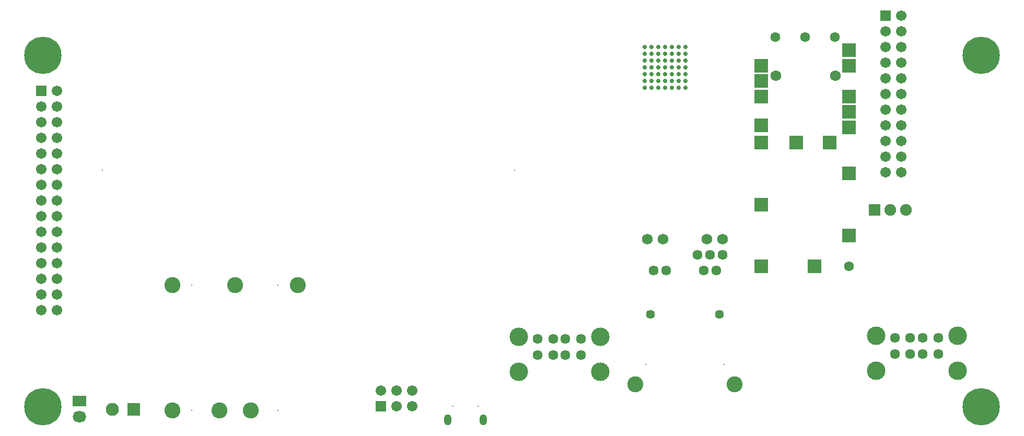
<source format=gbs>
G04 Layer_Color=16711935*
%FSAX25Y25*%
%MOIN*%
G70*
G01*
G75*
%ADD162C,0.06706*%
%ADD187R,0.00800X0.00800*%
%ADD188C,0.23819*%
%ADD189R,0.06706X0.06706*%
%ADD190R,0.06706X0.06706*%
%ADD191C,0.06312*%
%ADD192R,0.08674X0.08674*%
%ADD193C,0.06902*%
%ADD194C,0.00800*%
%ADD195C,0.05721*%
%ADD196C,0.10249*%
%ADD197C,0.06343*%
%ADD198C,0.06824*%
%ADD199R,0.08674X0.07099*%
%ADD200O,0.08674X0.07099*%
%ADD201R,0.08280X0.08280*%
%ADD202C,0.08280*%
%ADD203C,0.11824*%
%ADD204C,0.07493*%
%ADD205R,0.07493X0.07493*%
%ADD206O,0.04737X0.07099*%
%ADD207C,0.02769*%
D162*
X1147886Y0271118D02*
D03*
X1137886D02*
D03*
X1147886Y0281118D02*
D03*
X1137886D02*
D03*
X1147886Y0291118D02*
D03*
X1137886D02*
D03*
X1147886Y0301118D02*
D03*
X1137886D02*
D03*
X1147886Y0311118D02*
D03*
X1137886D02*
D03*
X1147886Y0321118D02*
D03*
X1137886D02*
D03*
X1147886Y0331118D02*
D03*
X1137886D02*
D03*
X1147886Y0341118D02*
D03*
X1137886D02*
D03*
X1147886Y0351118D02*
D03*
X1137886D02*
D03*
X1147886Y0361118D02*
D03*
X1137886D02*
D03*
X1147886Y0371118D02*
D03*
X0815748Y0131795D02*
D03*
X0825748Y0121795D02*
D03*
Y0131795D02*
D03*
X0835748Y0121795D02*
D03*
Y0131795D02*
D03*
X0609264Y0322988D02*
D03*
X0599264Y0312988D02*
D03*
X0609264D02*
D03*
X0599264Y0302988D02*
D03*
X0609264D02*
D03*
X0599264Y0292988D02*
D03*
X0609264D02*
D03*
X0599264Y0282988D02*
D03*
X0609264D02*
D03*
X0599264Y0272988D02*
D03*
X0609264D02*
D03*
X0599264Y0262988D02*
D03*
X0609264D02*
D03*
X0599264Y0252988D02*
D03*
X0609264D02*
D03*
X0599264Y0242988D02*
D03*
X0609264D02*
D03*
X0599264Y0232988D02*
D03*
X0609264D02*
D03*
X0599264Y0222988D02*
D03*
X0609264D02*
D03*
X0599264Y0212988D02*
D03*
X0609264D02*
D03*
X0599264Y0202988D02*
D03*
X0609264D02*
D03*
X0599264Y0192988D02*
D03*
X0609264D02*
D03*
X0599264Y0182988D02*
D03*
X0609264D02*
D03*
D187*
X0877709Y0121689D02*
D03*
X0861764D02*
D03*
D188*
X0600248Y0345705D02*
D03*
Y0121295D02*
D03*
X1198673Y0345705D02*
D03*
Y0121295D02*
D03*
D189*
X1137886Y0371118D02*
D03*
X0599264Y0322988D02*
D03*
D190*
X0815748Y0121795D02*
D03*
D191*
X1067604Y0357374D02*
D03*
X1114311Y0211165D02*
D03*
X1105404Y0357374D02*
D03*
X1086502D02*
D03*
D192*
X1114604Y0299832D02*
D03*
X1058504Y0329374D02*
D03*
Y0289974D02*
D03*
Y0250574D02*
D03*
Y0319574D02*
D03*
Y0301074D02*
D03*
Y0211174D02*
D03*
X1080904Y0289974D02*
D03*
X1102104D02*
D03*
X1114604Y0270274D02*
D03*
Y0230874D02*
D03*
X1092304Y0211174D02*
D03*
X1114604Y0309674D02*
D03*
Y0319574D02*
D03*
Y0339174D02*
D03*
Y0349074D02*
D03*
X1058504Y0339174D02*
D03*
D193*
X1067756Y0332622D02*
D03*
X1105649Y0332819D02*
D03*
D194*
X0638006Y0272404D02*
D03*
X0900998D02*
D03*
X1034748Y0148295D02*
D03*
X0984748D02*
D03*
X0750228Y0119045D02*
D03*
Y0199045D02*
D03*
X0695228Y0119045D02*
D03*
Y0199045D02*
D03*
D195*
X0987740Y0180264D02*
D03*
X1031756D02*
D03*
D196*
X1041500Y0135775D02*
D03*
X0977996D02*
D03*
X0732748Y0119045D02*
D03*
X0712748D02*
D03*
X0722748Y0199045D02*
D03*
X0682748D02*
D03*
Y0119045D02*
D03*
X0762748Y0199045D02*
D03*
D197*
X1029728Y0208295D02*
D03*
X1021736D02*
D03*
X0997760D02*
D03*
X0989768D02*
D03*
X1033724Y0218295D02*
D03*
X1025732D02*
D03*
X1017740D02*
D03*
X0915781Y0164630D02*
D03*
X0943340D02*
D03*
X0925624D02*
D03*
X0933498D02*
D03*
X0943340Y0154295D02*
D03*
X0915781D02*
D03*
X0925624D02*
D03*
X0933498D02*
D03*
X1143752Y0165488D02*
D03*
X1171311D02*
D03*
X1153594D02*
D03*
X1161469D02*
D03*
Y0155154D02*
D03*
X1153594D02*
D03*
X1171311D02*
D03*
X1143752D02*
D03*
D198*
X1033744Y0228295D02*
D03*
X1023744D02*
D03*
X0995752D02*
D03*
X0985752D02*
D03*
D199*
X0623378Y0124996D02*
D03*
D200*
Y0114996D02*
D03*
D201*
X0658278Y0119795D02*
D03*
D202*
X0644498D02*
D03*
D203*
X0955742Y0143626D02*
D03*
Y0165988D02*
D03*
X0903774Y0143626D02*
D03*
Y0165988D02*
D03*
X1183713Y0144484D02*
D03*
Y0166846D02*
D03*
X1131744Y0144484D02*
D03*
Y0166846D02*
D03*
D204*
X1150937Y0246984D02*
D03*
X1140937D02*
D03*
D205*
X1130937D02*
D03*
D206*
X0858429Y0113224D02*
D03*
X0881067D02*
D03*
D207*
X0984087Y0351043D02*
D03*
X0997079D02*
D03*
X1001409D02*
D03*
X1005740D02*
D03*
X1010071D02*
D03*
X0984087Y0346713D02*
D03*
X0988417D02*
D03*
X0992748D02*
D03*
X0997079D02*
D03*
X1001409D02*
D03*
X1005740D02*
D03*
X1010071D02*
D03*
X0984087Y0342382D02*
D03*
X0988417D02*
D03*
X0992748D02*
D03*
X0997079D02*
D03*
X1001409D02*
D03*
X1005740D02*
D03*
X1010071D02*
D03*
X0984087Y0338051D02*
D03*
X0988417D02*
D03*
X0992748D02*
D03*
X0997079D02*
D03*
X1001409D02*
D03*
X1005740D02*
D03*
X1010071D02*
D03*
X0984087Y0333720D02*
D03*
X0988417D02*
D03*
X0992748D02*
D03*
X0997079D02*
D03*
X1001409D02*
D03*
X1010071D02*
D03*
X0984087Y0329390D02*
D03*
X0988417D02*
D03*
X0992748D02*
D03*
X0997079D02*
D03*
X1001409D02*
D03*
X0984087Y0325059D02*
D03*
X0988417D02*
D03*
X0992748D02*
D03*
X0997079D02*
D03*
X1001409D02*
D03*
X1005740Y0333720D02*
D03*
Y0329390D02*
D03*
Y0325059D02*
D03*
X1010071Y0329390D02*
D03*
Y0325059D02*
D03*
X0988417Y0351043D02*
D03*
X0992748D02*
D03*
M02*

</source>
